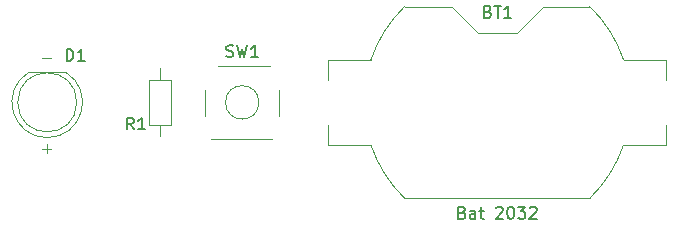
<source format=gto>
%TF.GenerationSoftware,KiCad,Pcbnew,9.0.1*%
%TF.CreationDate,2025-05-12T10:57:46-03:00*%
%TF.ProjectId,Project_1_LED_Torch,50726f6a-6563-4745-9f31-5f4c45445f54,1*%
%TF.SameCoordinates,Original*%
%TF.FileFunction,Legend,Top*%
%TF.FilePolarity,Positive*%
%FSLAX46Y46*%
G04 Gerber Fmt 4.6, Leading zero omitted, Abs format (unit mm)*
G04 Created by KiCad (PCBNEW 9.0.1) date 2025-05-12 10:57:46*
%MOMM*%
%LPD*%
G01*
G04 APERTURE LIST*
%ADD10C,0.100000*%
%ADD11C,0.150000*%
%ADD12C,0.120000*%
G04 APERTURE END LIST*
D10*
X130403884Y-109891466D02*
X131165789Y-109891466D01*
X130403884Y-117591466D02*
X131165789Y-117591466D01*
X130784836Y-117972419D02*
X130784836Y-117210514D01*
D11*
X168124285Y-105976009D02*
X168267142Y-106023628D01*
X168267142Y-106023628D02*
X168314761Y-106071247D01*
X168314761Y-106071247D02*
X168362380Y-106166485D01*
X168362380Y-106166485D02*
X168362380Y-106309342D01*
X168362380Y-106309342D02*
X168314761Y-106404580D01*
X168314761Y-106404580D02*
X168267142Y-106452200D01*
X168267142Y-106452200D02*
X168171904Y-106499819D01*
X168171904Y-106499819D02*
X167790952Y-106499819D01*
X167790952Y-106499819D02*
X167790952Y-105499819D01*
X167790952Y-105499819D02*
X168124285Y-105499819D01*
X168124285Y-105499819D02*
X168219523Y-105547438D01*
X168219523Y-105547438D02*
X168267142Y-105595057D01*
X168267142Y-105595057D02*
X168314761Y-105690295D01*
X168314761Y-105690295D02*
X168314761Y-105785533D01*
X168314761Y-105785533D02*
X168267142Y-105880771D01*
X168267142Y-105880771D02*
X168219523Y-105928390D01*
X168219523Y-105928390D02*
X168124285Y-105976009D01*
X168124285Y-105976009D02*
X167790952Y-105976009D01*
X168648095Y-105499819D02*
X169219523Y-105499819D01*
X168933809Y-106499819D02*
X168933809Y-105499819D01*
X170076666Y-106499819D02*
X169505238Y-106499819D01*
X169790952Y-106499819D02*
X169790952Y-105499819D01*
X169790952Y-105499819D02*
X169695714Y-105642676D01*
X169695714Y-105642676D02*
X169600476Y-105737914D01*
X169600476Y-105737914D02*
X169505238Y-105785533D01*
X165957618Y-122994009D02*
X166100475Y-123041628D01*
X166100475Y-123041628D02*
X166148094Y-123089247D01*
X166148094Y-123089247D02*
X166195713Y-123184485D01*
X166195713Y-123184485D02*
X166195713Y-123327342D01*
X166195713Y-123327342D02*
X166148094Y-123422580D01*
X166148094Y-123422580D02*
X166100475Y-123470200D01*
X166100475Y-123470200D02*
X166005237Y-123517819D01*
X166005237Y-123517819D02*
X165624285Y-123517819D01*
X165624285Y-123517819D02*
X165624285Y-122517819D01*
X165624285Y-122517819D02*
X165957618Y-122517819D01*
X165957618Y-122517819D02*
X166052856Y-122565438D01*
X166052856Y-122565438D02*
X166100475Y-122613057D01*
X166100475Y-122613057D02*
X166148094Y-122708295D01*
X166148094Y-122708295D02*
X166148094Y-122803533D01*
X166148094Y-122803533D02*
X166100475Y-122898771D01*
X166100475Y-122898771D02*
X166052856Y-122946390D01*
X166052856Y-122946390D02*
X165957618Y-122994009D01*
X165957618Y-122994009D02*
X165624285Y-122994009D01*
X167052856Y-123517819D02*
X167052856Y-122994009D01*
X167052856Y-122994009D02*
X167005237Y-122898771D01*
X167005237Y-122898771D02*
X166909999Y-122851152D01*
X166909999Y-122851152D02*
X166719523Y-122851152D01*
X166719523Y-122851152D02*
X166624285Y-122898771D01*
X167052856Y-123470200D02*
X166957618Y-123517819D01*
X166957618Y-123517819D02*
X166719523Y-123517819D01*
X166719523Y-123517819D02*
X166624285Y-123470200D01*
X166624285Y-123470200D02*
X166576666Y-123374961D01*
X166576666Y-123374961D02*
X166576666Y-123279723D01*
X166576666Y-123279723D02*
X166624285Y-123184485D01*
X166624285Y-123184485D02*
X166719523Y-123136866D01*
X166719523Y-123136866D02*
X166957618Y-123136866D01*
X166957618Y-123136866D02*
X167052856Y-123089247D01*
X167386190Y-122851152D02*
X167767142Y-122851152D01*
X167529047Y-122517819D02*
X167529047Y-123374961D01*
X167529047Y-123374961D02*
X167576666Y-123470200D01*
X167576666Y-123470200D02*
X167671904Y-123517819D01*
X167671904Y-123517819D02*
X167767142Y-123517819D01*
X168814762Y-122613057D02*
X168862381Y-122565438D01*
X168862381Y-122565438D02*
X168957619Y-122517819D01*
X168957619Y-122517819D02*
X169195714Y-122517819D01*
X169195714Y-122517819D02*
X169290952Y-122565438D01*
X169290952Y-122565438D02*
X169338571Y-122613057D01*
X169338571Y-122613057D02*
X169386190Y-122708295D01*
X169386190Y-122708295D02*
X169386190Y-122803533D01*
X169386190Y-122803533D02*
X169338571Y-122946390D01*
X169338571Y-122946390D02*
X168767143Y-123517819D01*
X168767143Y-123517819D02*
X169386190Y-123517819D01*
X170005238Y-122517819D02*
X170100476Y-122517819D01*
X170100476Y-122517819D02*
X170195714Y-122565438D01*
X170195714Y-122565438D02*
X170243333Y-122613057D01*
X170243333Y-122613057D02*
X170290952Y-122708295D01*
X170290952Y-122708295D02*
X170338571Y-122898771D01*
X170338571Y-122898771D02*
X170338571Y-123136866D01*
X170338571Y-123136866D02*
X170290952Y-123327342D01*
X170290952Y-123327342D02*
X170243333Y-123422580D01*
X170243333Y-123422580D02*
X170195714Y-123470200D01*
X170195714Y-123470200D02*
X170100476Y-123517819D01*
X170100476Y-123517819D02*
X170005238Y-123517819D01*
X170005238Y-123517819D02*
X169910000Y-123470200D01*
X169910000Y-123470200D02*
X169862381Y-123422580D01*
X169862381Y-123422580D02*
X169814762Y-123327342D01*
X169814762Y-123327342D02*
X169767143Y-123136866D01*
X169767143Y-123136866D02*
X169767143Y-122898771D01*
X169767143Y-122898771D02*
X169814762Y-122708295D01*
X169814762Y-122708295D02*
X169862381Y-122613057D01*
X169862381Y-122613057D02*
X169910000Y-122565438D01*
X169910000Y-122565438D02*
X170005238Y-122517819D01*
X170671905Y-122517819D02*
X171290952Y-122517819D01*
X171290952Y-122517819D02*
X170957619Y-122898771D01*
X170957619Y-122898771D02*
X171100476Y-122898771D01*
X171100476Y-122898771D02*
X171195714Y-122946390D01*
X171195714Y-122946390D02*
X171243333Y-122994009D01*
X171243333Y-122994009D02*
X171290952Y-123089247D01*
X171290952Y-123089247D02*
X171290952Y-123327342D01*
X171290952Y-123327342D02*
X171243333Y-123422580D01*
X171243333Y-123422580D02*
X171195714Y-123470200D01*
X171195714Y-123470200D02*
X171100476Y-123517819D01*
X171100476Y-123517819D02*
X170814762Y-123517819D01*
X170814762Y-123517819D02*
X170719524Y-123470200D01*
X170719524Y-123470200D02*
X170671905Y-123422580D01*
X171671905Y-122613057D02*
X171719524Y-122565438D01*
X171719524Y-122565438D02*
X171814762Y-122517819D01*
X171814762Y-122517819D02*
X172052857Y-122517819D01*
X172052857Y-122517819D02*
X172148095Y-122565438D01*
X172148095Y-122565438D02*
X172195714Y-122613057D01*
X172195714Y-122613057D02*
X172243333Y-122708295D01*
X172243333Y-122708295D02*
X172243333Y-122803533D01*
X172243333Y-122803533D02*
X172195714Y-122946390D01*
X172195714Y-122946390D02*
X171624286Y-123517819D01*
X171624286Y-123517819D02*
X172243333Y-123517819D01*
X132461905Y-110154819D02*
X132461905Y-109154819D01*
X132461905Y-109154819D02*
X132700000Y-109154819D01*
X132700000Y-109154819D02*
X132842857Y-109202438D01*
X132842857Y-109202438D02*
X132938095Y-109297676D01*
X132938095Y-109297676D02*
X132985714Y-109392914D01*
X132985714Y-109392914D02*
X133033333Y-109583390D01*
X133033333Y-109583390D02*
X133033333Y-109726247D01*
X133033333Y-109726247D02*
X132985714Y-109916723D01*
X132985714Y-109916723D02*
X132938095Y-110011961D01*
X132938095Y-110011961D02*
X132842857Y-110107200D01*
X132842857Y-110107200D02*
X132700000Y-110154819D01*
X132700000Y-110154819D02*
X132461905Y-110154819D01*
X133985714Y-110154819D02*
X133414286Y-110154819D01*
X133700000Y-110154819D02*
X133700000Y-109154819D01*
X133700000Y-109154819D02*
X133604762Y-109297676D01*
X133604762Y-109297676D02*
X133509524Y-109392914D01*
X133509524Y-109392914D02*
X133414286Y-109440533D01*
X145986667Y-109772200D02*
X146129524Y-109819819D01*
X146129524Y-109819819D02*
X146367619Y-109819819D01*
X146367619Y-109819819D02*
X146462857Y-109772200D01*
X146462857Y-109772200D02*
X146510476Y-109724580D01*
X146510476Y-109724580D02*
X146558095Y-109629342D01*
X146558095Y-109629342D02*
X146558095Y-109534104D01*
X146558095Y-109534104D02*
X146510476Y-109438866D01*
X146510476Y-109438866D02*
X146462857Y-109391247D01*
X146462857Y-109391247D02*
X146367619Y-109343628D01*
X146367619Y-109343628D02*
X146177143Y-109296009D01*
X146177143Y-109296009D02*
X146081905Y-109248390D01*
X146081905Y-109248390D02*
X146034286Y-109200771D01*
X146034286Y-109200771D02*
X145986667Y-109105533D01*
X145986667Y-109105533D02*
X145986667Y-109010295D01*
X145986667Y-109010295D02*
X146034286Y-108915057D01*
X146034286Y-108915057D02*
X146081905Y-108867438D01*
X146081905Y-108867438D02*
X146177143Y-108819819D01*
X146177143Y-108819819D02*
X146415238Y-108819819D01*
X146415238Y-108819819D02*
X146558095Y-108867438D01*
X146891429Y-108819819D02*
X147129524Y-109819819D01*
X147129524Y-109819819D02*
X147320000Y-109105533D01*
X147320000Y-109105533D02*
X147510476Y-109819819D01*
X147510476Y-109819819D02*
X147748572Y-108819819D01*
X148653333Y-109819819D02*
X148081905Y-109819819D01*
X148367619Y-109819819D02*
X148367619Y-108819819D01*
X148367619Y-108819819D02*
X148272381Y-108962676D01*
X148272381Y-108962676D02*
X148177143Y-109057914D01*
X148177143Y-109057914D02*
X148081905Y-109105533D01*
X138133333Y-115954819D02*
X137800000Y-115478628D01*
X137561905Y-115954819D02*
X137561905Y-114954819D01*
X137561905Y-114954819D02*
X137942857Y-114954819D01*
X137942857Y-114954819D02*
X138038095Y-115002438D01*
X138038095Y-115002438D02*
X138085714Y-115050057D01*
X138085714Y-115050057D02*
X138133333Y-115145295D01*
X138133333Y-115145295D02*
X138133333Y-115288152D01*
X138133333Y-115288152D02*
X138085714Y-115383390D01*
X138085714Y-115383390D02*
X138038095Y-115431009D01*
X138038095Y-115431009D02*
X137942857Y-115478628D01*
X137942857Y-115478628D02*
X137561905Y-115478628D01*
X139085714Y-115954819D02*
X138514286Y-115954819D01*
X138800000Y-115954819D02*
X138800000Y-114954819D01*
X138800000Y-114954819D02*
X138704762Y-115097676D01*
X138704762Y-115097676D02*
X138609524Y-115192914D01*
X138609524Y-115192914D02*
X138514286Y-115240533D01*
D12*
%TO.C,BT1*%
X158218000Y-110055000D02*
G75*
G02*
X161064629Y-105553211I10692020J-3610012D01*
G01*
X161064629Y-121776789D02*
G75*
G02*
X158218000Y-117275000I7845371J8111789D01*
G01*
X176755371Y-105553211D02*
G75*
G02*
X179602000Y-110055000I-7845366J-8111785D01*
G01*
X179602000Y-117275000D02*
G75*
G02*
X176755372Y-121776790I-10692020J3610010D01*
G01*
X154600000Y-110055000D02*
X158218000Y-110055000D01*
X154600000Y-111765000D02*
X154600000Y-110055000D01*
X154600000Y-115565000D02*
X154600000Y-117275000D01*
X158218000Y-117275000D02*
X154600000Y-117275000D01*
X161062700Y-105555000D02*
X165050000Y-105555000D01*
X167250000Y-107755000D02*
X165050000Y-105555000D01*
X167250000Y-107755000D02*
X170570000Y-107755000D01*
X170570000Y-107755000D02*
X172770000Y-105555000D01*
X172770000Y-105555000D02*
X176757300Y-105555000D01*
X176757300Y-121775000D02*
X161062700Y-121775000D01*
X179602000Y-110055000D02*
X183220000Y-110055000D01*
X183220000Y-111765000D02*
X183220000Y-110055000D01*
X183220000Y-115565000D02*
X183220000Y-117275000D01*
X183220000Y-117275000D02*
X179602000Y-117275000D01*
%TO.C,D1*%
X133310000Y-113660000D02*
G75*
G02*
X128310000Y-113660000I-2500000J0D01*
G01*
X128310000Y-113660000D02*
G75*
G02*
X133310000Y-113660000I2500000J0D01*
G01*
X130809952Y-116650000D02*
G75*
G02*
X129265170Y-111100000I48J2990000D01*
G01*
X132354830Y-111100000D02*
G75*
G02*
X130810048Y-116650000I-1544830J-2560000D01*
G01*
X132355000Y-111100000D02*
X129265000Y-111100000D01*
%TO.C,SW1*%
X144200000Y-114815000D02*
X144200000Y-112615000D01*
X144670000Y-116785000D02*
X149870000Y-116785000D01*
X145270000Y-110545000D02*
X149670000Y-110545000D01*
X150440000Y-112615000D02*
X150440000Y-114815000D01*
X148734214Y-113665000D02*
G75*
G02*
X145905786Y-113665000I-1414214J0D01*
G01*
X145905786Y-113665000D02*
G75*
G02*
X148734214Y-113665000I1414214J0D01*
G01*
%TO.C,R1*%
X140335000Y-116535000D02*
X140335000Y-115585000D01*
X139415000Y-115585000D02*
X141255000Y-115585000D01*
X141255000Y-115585000D02*
X141255000Y-111745000D01*
X139415000Y-111745000D02*
X139415000Y-115585000D01*
X141255000Y-111745000D02*
X139415000Y-111745000D01*
X140335000Y-110795000D02*
X140335000Y-111745000D01*
%TD*%
M02*

</source>
